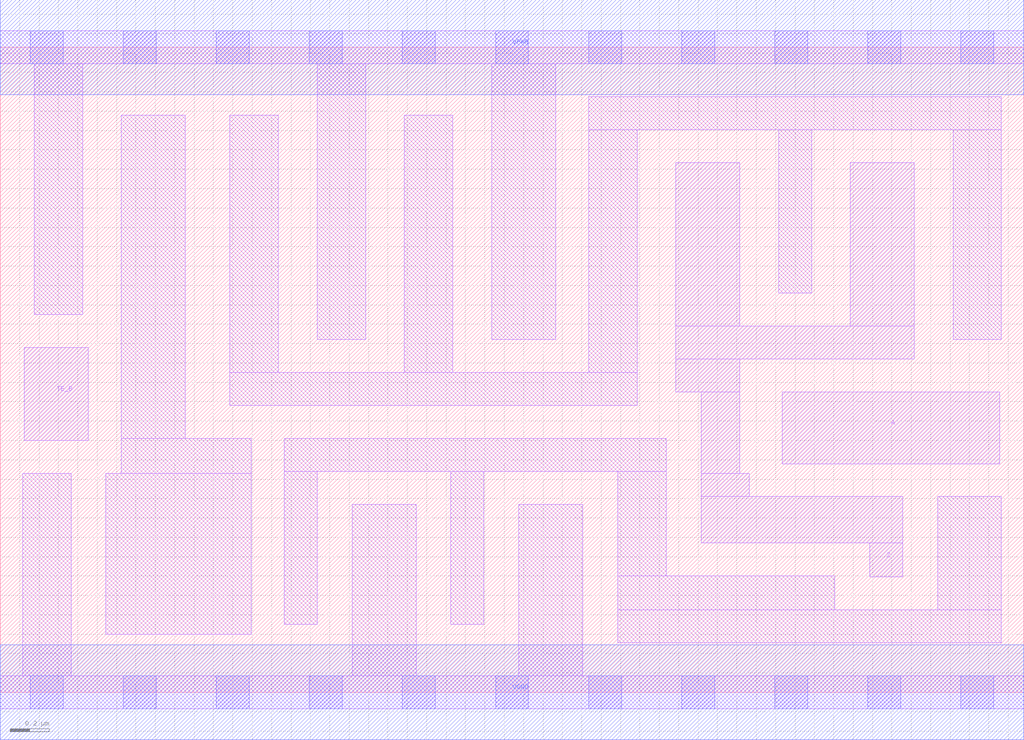
<source format=lef>
# Copyright 2020 The SkyWater PDK Authors
#
# Licensed under the Apache License, Version 2.0 (the "License");
# you may not use this file except in compliance with the License.
# You may obtain a copy of the License at
#
#     https://www.apache.org/licenses/LICENSE-2.0
#
# Unless required by applicable law or agreed to in writing, software
# distributed under the License is distributed on an "AS IS" BASIS,
# WITHOUT WARRANTIES OR CONDITIONS OF ANY KIND, either express or implied.
# See the License for the specific language governing permissions and
# limitations under the License.
#
# SPDX-License-Identifier: Apache-2.0

VERSION 5.7 ;
  NAMESCASESENSITIVE ON ;
  NOWIREEXTENSIONATPIN ON ;
  DIVIDERCHAR "/" ;
  BUSBITCHARS "[]" ;
UNITS
  DATABASE MICRONS 200 ;
END UNITS
MACRO sky130_fd_sc_ms__einvn_4
  CLASS CORE ;
  FOREIGN sky130_fd_sc_ms__einvn_4 ;
  ORIGIN  0.000000  0.000000 ;
  SIZE  5.280000 BY  3.330000 ;
  SYMMETRY X Y ;
  SITE unit ;
  PIN A
    ANTENNAGATEAREA  1.250400 ;
    DIRECTION INPUT ;
    USE SIGNAL ;
    PORT
      LAYER li1 ;
        RECT 4.035000 1.180000 5.155000 1.550000 ;
    END
  END A
  PIN TE_B
    ANTENNAGATEAREA  1.119000 ;
    DIRECTION INPUT ;
    USE SIGNAL ;
    PORT
      LAYER li1 ;
        RECT 0.125000 1.300000 0.455000 1.780000 ;
    END
  END TE_B
  PIN Z
    ANTENNADIFFAREA  1.019200 ;
    DIRECTION OUTPUT ;
    USE SIGNAL ;
    PORT
      LAYER li1 ;
        RECT 3.485000 1.550000 3.815000 1.720000 ;
        RECT 3.485000 1.720000 4.715000 1.890000 ;
        RECT 3.485000 1.890000 3.815000 2.735000 ;
        RECT 3.615000 0.770000 4.655000 1.010000 ;
        RECT 3.615000 1.010000 3.865000 1.130000 ;
        RECT 3.615000 1.130000 3.815000 1.550000 ;
        RECT 4.385000 1.890000 4.715000 2.735000 ;
        RECT 4.485000 0.595000 4.655000 0.770000 ;
    END
  END Z
  PIN VGND
    DIRECTION INOUT ;
    USE GROUND ;
    PORT
      LAYER met1 ;
        RECT 0.000000 -0.245000 5.280000 0.245000 ;
    END
  END VGND
  PIN VPWR
    DIRECTION INOUT ;
    USE POWER ;
    PORT
      LAYER met1 ;
        RECT 0.000000 3.085000 5.280000 3.575000 ;
    END
  END VPWR
  OBS
    LAYER li1 ;
      RECT 0.000000 -0.085000 5.280000 0.085000 ;
      RECT 0.000000  3.245000 5.280000 3.415000 ;
      RECT 0.115000  0.085000 0.365000 1.130000 ;
      RECT 0.175000  1.950000 0.425000 3.245000 ;
      RECT 0.545000  0.300000 1.295000 1.130000 ;
      RECT 0.625000  1.130000 1.295000 1.310000 ;
      RECT 0.625000  1.310000 0.955000 2.980000 ;
      RECT 1.185000  1.480000 3.285000 1.650000 ;
      RECT 1.185000  1.650000 1.435000 2.980000 ;
      RECT 1.465000  0.350000 1.635000 1.140000 ;
      RECT 1.465000  1.140000 3.435000 1.310000 ;
      RECT 1.635000  1.820000 1.885000 3.245000 ;
      RECT 1.815000  0.085000 2.145000 0.970000 ;
      RECT 2.085000  1.650000 2.335000 2.980000 ;
      RECT 2.325000  0.350000 2.495000 1.140000 ;
      RECT 2.535000  1.820000 2.865000 3.245000 ;
      RECT 2.675000  0.085000 3.005000 0.970000 ;
      RECT 3.035000  1.650000 3.285000 2.905000 ;
      RECT 3.035000  2.905000 5.165000 3.075000 ;
      RECT 3.185000  0.255000 5.165000 0.425000 ;
      RECT 3.185000  0.425000 4.305000 0.600000 ;
      RECT 3.185000  0.600000 3.435000 1.140000 ;
      RECT 4.015000  2.060000 4.185000 2.905000 ;
      RECT 4.835000  0.425000 5.165000 1.010000 ;
      RECT 4.915000  1.820000 5.165000 2.905000 ;
    LAYER mcon ;
      RECT 0.155000 -0.085000 0.325000 0.085000 ;
      RECT 0.155000  3.245000 0.325000 3.415000 ;
      RECT 0.635000 -0.085000 0.805000 0.085000 ;
      RECT 0.635000  3.245000 0.805000 3.415000 ;
      RECT 1.115000 -0.085000 1.285000 0.085000 ;
      RECT 1.115000  3.245000 1.285000 3.415000 ;
      RECT 1.595000 -0.085000 1.765000 0.085000 ;
      RECT 1.595000  3.245000 1.765000 3.415000 ;
      RECT 2.075000 -0.085000 2.245000 0.085000 ;
      RECT 2.075000  3.245000 2.245000 3.415000 ;
      RECT 2.555000 -0.085000 2.725000 0.085000 ;
      RECT 2.555000  3.245000 2.725000 3.415000 ;
      RECT 3.035000 -0.085000 3.205000 0.085000 ;
      RECT 3.035000  3.245000 3.205000 3.415000 ;
      RECT 3.515000 -0.085000 3.685000 0.085000 ;
      RECT 3.515000  3.245000 3.685000 3.415000 ;
      RECT 3.995000 -0.085000 4.165000 0.085000 ;
      RECT 3.995000  3.245000 4.165000 3.415000 ;
      RECT 4.475000 -0.085000 4.645000 0.085000 ;
      RECT 4.475000  3.245000 4.645000 3.415000 ;
      RECT 4.955000 -0.085000 5.125000 0.085000 ;
      RECT 4.955000  3.245000 5.125000 3.415000 ;
  END
END sky130_fd_sc_ms__einvn_4
END LIBRARY

</source>
